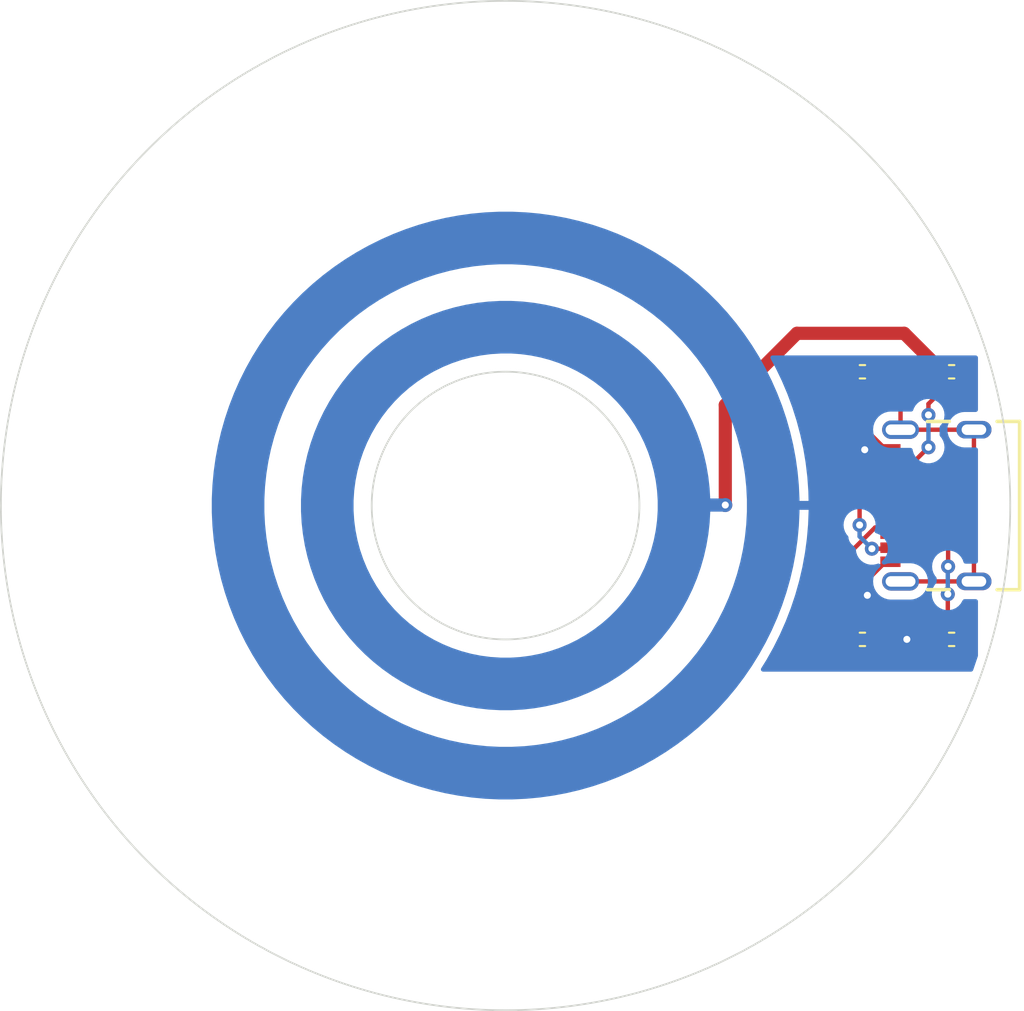
<source format=kicad_pcb>
(kicad_pcb (version 20211014) (generator pcbnew)
  (layers (0 "F.Cu" signal) (31 "B.Cu" signal) (34 "B.Paste" user) (35 "F.Paste" user) (36 "B.SilkS" user "B.Silkscreen") (37 "F.SilkS" user "F.Silkscreen") (38 "B.Mask" user) (39 "F.Mask" user) (44 "Edge.Cuts" user))
  (net 0 "")
  (net 1 "GND")
  (net 2 "VCC")
  (net 3 "Net-(J1-PadA5)")
  (net 7 "Net-(J1-PadB5)")
  (net 11 "Net-(J1-PadS1)")
  (net 12 "Net-(R4-Pad1)")
  (footprint "Resistor_SMD:R_0402_1005Metric" (layer "F.Cu") (at 167.64 99.06)
    (fp_text reference "R2" hide)
    (fp_text value "5.1k")
    (fp_line (start -0.153641 0.38) (end 0.153641 0.38) (layer "F.SilkS") (width 0.12))
    (fp_line (start -0.153641 -0.38) (end 0.153641 -0.38) (layer "F.SilkS") (width 0.12))
    (pad "1" smd roundrect (at -0.51 0) (size 0.54 0.64) (layers "F.Cu" "F.Paste" "F.Mask") (net 3 "Net-(J1-PadA5)"))
    (pad "2" smd roundrect (at 0.51 0) (size 0.54 0.64) (layers "F.Cu" "F.Paste" "F.Mask") (net 1 "GND"))
  )
  (footprint "Library:2 Wire Ring" (layer "F.Cu") (at 147.32 91.44)
    (fp_text reference "U1" hide)
    (fp_text value "2_Wire_Ring")
    (pad "1" smd custom (at 10.16 0) (size 3 3) (layers "B.Cu" "B.Mask") (net 12 "Net-(R4-Pad1)") (options (clearance outline) (anchor circle)) (primitives (gr_circle (center -10.16 0) (end 0 0) (width 3))))
    (pad "2" smd custom (at 15.24 -0.01178) (size 3 3) (layers "B.Cu" "B.Mask") (net 1 "GND") (options (clearance outline) (anchor circle)) (primitives (gr_circle (center -15.24 0.01178) (end 0.000005 0.01178) (width 3))))
  )
  (footprint "Resistor_SMD:R_0402_1005Metric" (layer "F.Cu") (at 172.72 83.82)
    (fp_text reference "R4" hide)
    (fp_text value "470")
    (fp_line (start -0.153641 0.38) (end 0.153641 0.38) (layer "F.SilkS") (width 0.12))
    (fp_line (start -0.153641 -0.38) (end 0.153641 -0.38) (layer "F.SilkS") (width 0.12))
    (pad "1" smd roundrect (at -0.51 0) (size 0.54 0.64) (layers "F.Cu" "F.Paste" "F.Mask") (net 12 "Net-(R4-Pad1)"))
    (pad "2" smd roundrect (at 0.51 0) (size 0.54 0.64) (layers "F.Cu" "F.Paste" "F.Mask") (net 2 "VCC"))
  )
  (footprint "Resistor_SMD:R_0402_1005Metric" (layer "F.Cu") (at 172.72 99.060298 180)
    (fp_text reference "R3" hide)
    (fp_text value "5.1k")
    (fp_line (start -0.153641 0.38) (end 0.153641 0.38) (layer "F.SilkS") (width 0.12))
    (fp_line (start -0.153641 -0.38) (end 0.153641 -0.38) (layer "F.SilkS") (width 0.12))
    (pad "1" smd roundrect (at -0.51 0 180) (size 0.54 0.64) (layers "F.Cu" "F.Paste" "F.Mask") (net 7 "Net-(J1-PadB5)"))
    (pad "2" smd roundrect (at 0.51 0 180) (size 0.54 0.64) (layers "F.Cu" "F.Paste" "F.Mask") (net 1 "GND"))
  )
  (footprint "MountingHole:MountingHole_3.2mm_M3" (layer "F.Cu") (at 147.32 68.58)
    (fp_text reference "REF**" hide)
    (fp_text value "MountingHole_3.2mm_M3")
    (pad "" np_thru_hole circle (at 0 0) (size 3.2 3.2) (drill 3.2) (layers *.Cu *.Mask))
  )
  (footprint "Resistor_SMD:R_0402_1005Metric" (layer "F.Cu") (at 167.64 83.82)
    (fp_text reference "R1" hide)
    (fp_text value "5.1k")
    (fp_line (start -0.153641 0.38) (end 0.153641 0.38) (layer "F.SilkS") (width 0.12))
    (fp_line (start -0.153641 -0.38) (end 0.153641 -0.38) (layer "F.SilkS") (width 0.12))
    (pad "1" smd roundrect (at -0.51 0) (size 0.54 0.64) (layers "F.Cu" "F.Paste" "F.Mask") (net 1 "GND"))
    (pad "2" smd roundrect (at 0.51 0) (size 0.54 0.64) (layers "F.Cu" "F.Paste" "F.Mask") (net 11 "Net-(J1-PadS1)"))
  )
  (footprint "MountingHole:MountingHole_3.2mm_M3" (layer "F.Cu") (at 147.32 114.3)
    (fp_text reference "REF**" hide)
    (fp_text value "MountingHole_3.2mm_M3")
    (pad "" np_thru_hole circle (at 0 0) (size 3.2 3.2) (drill 3.2) (layers *.Cu *.Mask))
  )
  (footprint "USB C:GCT_USB4105-GF-A" (layer "F.Cu") (at 173.99 91.44 90)
    (fp_text reference "J1" hide)
    (fp_text value "USB4105-GF-A")
    (fp_line (start -4.79 2.6) (end 4.79 2.6) (layer "F.SilkS") (width 0.2))
    (fp_line (start -4.79 1.32) (end -4.79 2.6) (layer "F.SilkS") (width 0.2))
    (fp_line (start 4.79 -2.65) (end 4.79 -1.4) (layer "F.SilkS") (width 0.2))
    (fp_line (start 4.79 2.6) (end 4.79 1.32) (layer "F.SilkS") (width 0.2))
    (fp_line (start -4.79 -2.65) (end -4.79 -1.4) (layer "F.SilkS") (width 0.2))
    (pad "A1_B12" smd rect (at -3.2 -4.755 90) (size 0.6 1.15) (layers "F.Cu" "F.Paste" "F.Mask") (net 1 "GND"))
    (pad "A4_B9" smd rect (at -2.4 -4.755 90) (size 0.6 1.15) (layers "F.Cu" "F.Paste" "F.Mask") (net 2 "VCC"))
    (pad "A5" smd rect (at -1.25 -4.755 90) (size 0.3 1.15) (layers "F.Cu" "F.Paste" "F.Mask") (net 3 "Net-(J1-PadA5)"))
    (pad "A6" smd rect (at -0.25 -4.755 90) (size 0.3 1.15) (layers "F.Cu" "F.Paste" "F.Mask"))
    (pad "A7" smd rect (at 0.25 -4.755 90) (size 0.3 1.15) (layers "F.Cu" "F.Paste" "F.Mask"))
    (pad "A8" smd rect (at 1.25 -4.755 90) (size 0.3 1.15) (layers "F.Cu" "F.Paste" "F.Mask"))
    (pad "B1_A12" smd rect (at 3.2 -4.755 90) (size 0.6 1.15) (layers "F.Cu" "F.Paste" "F.Mask") (net 1 "GND"))
    (pad "B4_A9" smd rect (at 2.4 -4.755 90) (size 0.6 1.15) (layers "F.Cu" "F.Paste" "F.Mask") (net 2 "VCC"))
    (pad "B5" smd rect (at 1.75 -4.755 90) (size 0.3 1.15) (layers "F.Cu" "F.Paste" "F.Mask") (net 7 "Net-(J1-PadB5)"))
    (pad "B6" smd rect (at 0.75 -4.755 90) (size 0.3 1.15) (layers "F.Cu" "F.Paste" "F.Mask"))
    (pad "B7" smd rect (at -0.75 -4.755 90) (size 0.3 1.15) (layers "F.Cu" "F.Paste" "F.Mask"))
    (pad "B8" smd rect (at -1.75 -4.755 90) (size 0.3 1.15) (layers "F.Cu" "F.Paste" "F.Mask"))
    (pad "S1" thru_hole oval (at -4.32 -4.18 90) (size 1.05 2.1) (drill oval 0.6 1.7) (layers *.Cu *.Mask) (net 11 "Net-(J1-PadS1)"))
    (pad "S2" thru_hole oval (at -4.32 0 90) (size 1 2) (drill oval 0.6 1.4) (layers *.Cu *.Mask) (net 11 "Net-(J1-PadS1)"))
    (pad "S3" thru_hole oval (at 4.32 0 90) (size 1 2) (drill oval 0.6 1.4) (layers *.Cu *.Mask) (net 11 "Net-(J1-PadS1)"))
    (pad "S4" thru_hole oval (at 4.32 -4.18 90) (size 1.05 2.1) (drill oval 0.6 1.7) (layers *.Cu *.Mask) (net 11 "Net-(J1-PadS1)"))
  )
  (gr_circle (center 147.31579 91.44) (end 154.94 91.44) (layer "Edge.Cuts") (width 0.1) (fill none))
  (gr_circle (center 147.31579 91.44) (end 167.64 71.11579) (layer "Edge.Cuts") (width 0.1) (fill none))
  (segment (start 168.15 99.06) (end 170.17 99.06) (width 0.25) (layer "F.Cu") (net 1))
  (segment (start 169.235 94.64) (end 168.96 94.64) (width 0.25) (layer "F.Cu") (net 1))
  (segment (start 170.17 99.06) (end 172.209702 99.06) (width 0.25) (layer "F.Cu") (net 1))
  (segment (start 169.235 88.24) (end 168.96 88.24) (width 0.25) (layer "F.Cu") (net 1))
  (segment (start 172.209702 99.06) (end 172.21 99.060298) (width 0.25) (layer "F.Cu") (net 1))
  (segment (start 169.235 88.24) (end 167.79 88.24) (width 0.25) (layer "F.Cu") (net 1))
  (segment (start 168.96 88.24) (end 167.13 86.41) (width 0.25) (layer "F.Cu") (net 1))
  (segment (start 167.13 86.41) (end 167.13 83.82) (width 0.25) (layer "F.Cu") (net 1))
  (segment (start 168.96 94.64) (end 167.92 95.68) (width 0.25) (layer "F.Cu") (net 1))
  (segment (start 167.79 88.24) (end 167.77 88.26) (width 0.25) (layer "F.Cu") (net 1))
  (segment (start 167.92 95.68) (end 167.92 96.55) (width 0.25) (layer "F.Cu") (net 1))
  (via (at 167.77 88.26) (size 0.8) (drill 0.4) (layers "F.Cu" "B.Cu") (net 1))
  (via (at 170.17 99.06) (size 0.8) (drill 0.4) (layers "F.Cu" "B.Cu") (net 1))
  (via (at 167.92 96.55) (size 0.8) (drill 0.4) (layers "F.Cu" "B.Cu") (net 1))
  (segment (start 167.47819 89.97181) (end 167.47819 92.54819) (width 0.25) (layer "F.Cu") (net 2))
  (segment (start 171.4 85.65) (end 173.23 83.82) (width 0.25) (layer "F.Cu") (net 2))
  (segment (start 170.48 89.04) (end 171.4 88.12) (width 0.25) (layer "F.Cu") (net 2))
  (segment (start 169.235 89.04) (end 168.41 89.04) (width 0.25) (layer "F.Cu") (net 2))
  (segment (start 169.235 89.04) (end 170.48 89.04) (width 0.25) (layer "F.Cu") (net 2))
  (segment (start 168.177788 93.897788) (end 169.177212 93.897788) (width 0.25) (layer "F.Cu") (net 2))
  (segment (start 169.177212 93.897788) (end 169.235 93.84) (width 0.25) (layer "F.Cu") (net 2))
  (segment (start 168.41 89.04) (end 167.47819 89.97181) (width 0.25) (layer "F.Cu") (net 2))
  (segment (start 171.4 86.28) (end 171.4 85.65) (width 0.25) (layer "F.Cu") (net 2))
  (via (at 168.177788 93.897788) (size 0.8) (drill 0.4) (layers "F.Cu" "B.Cu") (net 2))
  (via (at 171.4 86.28) (size 0.8) (drill 0.4) (layers "F.Cu" "B.Cu") (net 2))
  (via (at 171.4 88.12) (size 0.8) (drill 0.4) (layers "F.Cu" "B.Cu") (net 2))
  (via (at 167.47819 92.54819) (size 0.8) (drill 0.4) (layers "F.Cu" "B.Cu") (net 2))
  (segment (start 171.4 88.12) (end 171.4 86.28) (width 0.25) (layer "B.Cu") (net 2))
  (segment (start 167.47819 92.54819) (end 167.47819 93.19819) (width 0.25) (layer "B.Cu") (net 2))
  (segment (start 167.47819 93.19819) (end 168.177788 93.897788) (width 0.25) (layer "B.Cu") (net 2))
  (segment (start 169.235 92.69) (end 168.360978 92.69) (width 0.25) (layer "F.Cu") (net 3))
  (segment (start 167.13 93.920978) (end 167.13 99.06) (width 0.25) (layer "F.Cu") (net 3))
  (segment (start 168.360978 92.69) (end 167.13 93.920978) (width 0.25) (layer "F.Cu") (net 3))
  (segment (start 172.52 94.91) (end 172.52 92.100978) (width 0.25) (layer "F.Cu") (net 7))
  (segment (start 172.502117 98.332415) (end 172.502117 96.4845) (width 0.25) (layer "F.Cu") (net 7))
  (segment (start 172.52 92.100978) (end 170.109022 89.69) (width 0.25) (layer "F.Cu") (net 7))
  (segment (start 173.23 99.060298) (end 172.502117 98.332415) (width 0.25) (layer "F.Cu") (net 7))
  (segment (start 170.109022 89.69) (end 169.235 89.69) (width 0.25) (layer "F.Cu") (net 7))
  (via (at 172.502117 96.4845) (size 0.8) (drill 0.4) (layers "F.Cu" "B.Cu") (net 7))
  (via (at 172.52 94.91) (size 0.8) (drill 0.4) (layers "F.Cu" "B.Cu") (net 7))
  (segment (start 172.502117 94.927883) (end 172.52 94.91) (width 0.25) (layer "B.Cu") (net 7))
  (segment (start 172.502117 96.4845) (end 172.502117 94.927883) (width 0.25) (layer "B.Cu") (net 7))
  (segment (start 168.15 83.82) (end 169.81 85.48) (width 0.25) (layer "F.Cu") (net 11))
  (segment (start 169.81 85.48) (end 169.81 87.12) (width 0.25) (layer "F.Cu") (net 11))
  (segment (start 173.99 87.12) (end 173.99 95.76) (width 0.25) (layer "F.Cu") (net 11))
  (segment (start 173.99 87.12) (end 169.81 87.12) (width 0.25) (layer "F.Cu") (net 11))
  (segment (start 169.81 95.76) (end 173.99 95.76) (width 0.25) (layer "F.Cu") (net 11))
  (segment (start 163.91 81.63) (end 159.83 85.71) (width 0.75) (layer "F.Cu") (net 12))
  (segment (start 172.21 83.82) (end 170.02 81.63) (width 0.75) (layer "F.Cu") (net 12))
  (segment (start 170.02 81.63) (end 163.91 81.63) (width 0.75) (layer "F.Cu") (net 12))
  (segment (start 159.83 85.71) (end 159.83 91.41) (width 0.75) (layer "F.Cu") (net 12))
  (via (at 159.83 91.41) (size 0.8) (drill 0.4) (layers "F.Cu" "B.Cu") (net 12))
  (segment (start 159.83 91.41) (end 157.51 91.41) (width 0.75) (layer "B.Cu") (net 12))
  (segment (start 157.51 91.41) (end 157.48 91.44) (width 0.75) (layer "B.Cu") (net 12))
  (zone (net 1) (net_name "GND") (layer "B.Cu") (connect_pads (clearance 0.508)) (min_thickness 0.254) (fill yes (thermal_gap 0.508) (thermal_bridge_width 0.508))
    (polygon (pts (xy 174.22 100.9) (xy 159.27 100.9) (xy 159.27 82.89) (xy 174.22 82.89)))
  )
)
</source>
